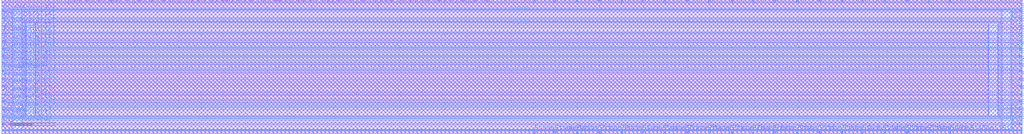
<source format=lef>
##
## LEF for PtnCells ;
## created by Innovus v15.20-p005_1 on Tue Apr 20 14:00:48 2021
##

VERSION 5.7 ;

BUSBITCHARS "[]" ;
DIVIDERCHAR "/" ;

MACRO S_term_single2
  CLASS BLOCK ;
  SIZE 230.4600 BY 30.2600 ;
  FOREIGN S_term_single2 0.0000 0.0000 ;
  ORIGIN 0 0 ;
  SYMMETRY X Y R90 ;
  PIN N1BEG[3]
    DIRECTION OUTPUT ;
    USE SIGNAL ;
    PORT
      LAYER li1 ;
        RECT 19.0050 29.9300 19.1750 30.2600 ;
    END
  END N1BEG[3]
  PIN N1BEG[2]
    DIRECTION OUTPUT ;
    USE SIGNAL ;
    PORT
      LAYER li1 ;
        RECT 17.6250 29.9300 17.7950 30.2600 ;
    END
  END N1BEG[2]
  PIN N1BEG[1]
    DIRECTION OUTPUT ;
    USE SIGNAL ;
    PORT
      LAYER li1 ;
        RECT 16.2450 29.9300 16.4150 30.2600 ;
    END
  END N1BEG[1]
  PIN N1BEG[0]
    DIRECTION OUTPUT ;
    USE SIGNAL ;
    PORT
      LAYER li1 ;
        RECT 15.3250 29.9300 15.4950 30.2600 ;
    END
  END N1BEG[0]
  PIN N2BEG[7]
    DIRECTION OUTPUT ;
    USE SIGNAL ;
    PORT
      LAYER li1 ;
        RECT 29.5850 29.9300 29.7550 30.2600 ;
    END
  END N2BEG[7]
  PIN N2BEG[6]
    DIRECTION OUTPUT ;
    USE SIGNAL ;
    PORT
      LAYER li1 ;
        RECT 28.2050 29.9300 28.3750 30.2600 ;
    END
  END N2BEG[6]
  PIN N2BEG[5]
    DIRECTION OUTPUT ;
    USE SIGNAL ;
    PORT
      LAYER li1 ;
        RECT 26.8250 29.9300 26.9950 30.2600 ;
    END
  END N2BEG[5]
  PIN N2BEG[4]
    DIRECTION OUTPUT ;
    USE SIGNAL ;
    PORT
      LAYER li1 ;
        RECT 25.9050 29.9300 26.0750 30.2600 ;
    END
  END N2BEG[4]
  PIN N2BEG[3]
    DIRECTION OUTPUT ;
    USE SIGNAL ;
    PORT
      LAYER li1 ;
        RECT 24.5250 29.9300 24.6950 30.2600 ;
    END
  END N2BEG[3]
  PIN N2BEG[2]
    DIRECTION OUTPUT ;
    USE SIGNAL ;
    PORT
      LAYER li1 ;
        RECT 23.1450 29.9300 23.3150 30.2600 ;
    END
  END N2BEG[2]
  PIN N2BEG[1]
    DIRECTION OUTPUT ;
    USE SIGNAL ;
    PORT
      LAYER li1 ;
        RECT 21.7650 29.9300 21.9350 30.2600 ;
    END
  END N2BEG[1]
  PIN N2BEG[0]
    DIRECTION OUTPUT ;
    USE SIGNAL ;
    PORT
      LAYER li1 ;
        RECT 20.3850 29.9300 20.5550 30.2600 ;
    END
  END N2BEG[0]
  PIN N2BEGb[7]
    DIRECTION OUTPUT ;
    USE SIGNAL ;
    PORT
      LAYER li1 ;
        RECT 40.1650 29.9300 40.3350 30.2600 ;
    END
  END N2BEGb[7]
  PIN N2BEGb[6]
    DIRECTION OUTPUT ;
    USE SIGNAL ;
    PORT
      LAYER li1 ;
        RECT 38.7850 29.9300 38.9550 30.2600 ;
    END
  END N2BEGb[6]
  PIN N2BEGb[5]
    DIRECTION OUTPUT ;
    USE SIGNAL ;
    PORT
      LAYER li1 ;
        RECT 37.8650 29.9300 38.0350 30.2600 ;
    END
  END N2BEGb[5]
  PIN N2BEGb[4]
    DIRECTION OUTPUT ;
    USE SIGNAL ;
    PORT
      LAYER li1 ;
        RECT 36.4850 29.9300 36.6550 30.2600 ;
    END
  END N2BEGb[4]
  PIN N2BEGb[3]
    DIRECTION OUTPUT ;
    USE SIGNAL ;
    PORT
      LAYER li1 ;
        RECT 35.1050 29.9300 35.2750 30.2600 ;
    END
  END N2BEGb[3]
  PIN N2BEGb[2]
    DIRECTION OUTPUT ;
    USE SIGNAL ;
    PORT
      LAYER li1 ;
        RECT 33.7250 29.9300 33.8950 30.2600 ;
    END
  END N2BEGb[2]
  PIN N2BEGb[1]
    DIRECTION OUTPUT ;
    USE SIGNAL ;
    PORT
      LAYER li1 ;
        RECT 32.3450 29.9300 32.5150 30.2600 ;
    END
  END N2BEGb[1]
  PIN N2BEGb[0]
    DIRECTION OUTPUT ;
    USE SIGNAL ;
    PORT
      LAYER li1 ;
        RECT 30.9650 29.9300 31.1350 30.2600 ;
    END
  END N2BEGb[0]
  PIN N4BEG[15]
    DIRECTION OUTPUT ;
    USE SIGNAL ;
    PORT
      LAYER li1 ;
        RECT 61.7850 29.9300 61.9550 30.2600 ;
    END
  END N4BEG[15]
  PIN N4BEG[14]
    DIRECTION OUTPUT ;
    USE SIGNAL ;
    PORT
      LAYER li1 ;
        RECT 60.4050 29.9300 60.5750 30.2600 ;
    END
  END N4BEG[14]
  PIN N4BEG[13]
    DIRECTION OUTPUT ;
    USE SIGNAL ;
    PORT
      LAYER li1 ;
        RECT 59.0250 29.9300 59.1950 30.2600 ;
    END
  END N4BEG[13]
  PIN N4BEG[12]
    DIRECTION OUTPUT ;
    USE SIGNAL ;
    PORT
      LAYER li1 ;
        RECT 57.6450 29.9300 57.8150 30.2600 ;
    END
  END N4BEG[12]
  PIN N4BEG[11]
    DIRECTION OUTPUT ;
    USE SIGNAL ;
    PORT
      LAYER li1 ;
        RECT 56.2650 29.9300 56.4350 30.2600 ;
    END
  END N4BEG[11]
  PIN N4BEG[10]
    DIRECTION OUTPUT ;
    USE SIGNAL ;
    PORT
      LAYER li1 ;
        RECT 54.8850 29.9300 55.0550 30.2600 ;
    END
  END N4BEG[10]
  PIN N4BEG[9]
    DIRECTION OUTPUT ;
    USE SIGNAL ;
    PORT
      LAYER li1 ;
        RECT 53.5050 29.9300 53.6750 30.2600 ;
    END
  END N4BEG[9]
  PIN N4BEG[8]
    DIRECTION OUTPUT ;
    USE SIGNAL ;
    PORT
      LAYER li1 ;
        RECT 52.1250 29.9300 52.2950 30.2600 ;
    END
  END N4BEG[8]
  PIN N4BEG[7]
    DIRECTION OUTPUT ;
    USE SIGNAL ;
    PORT
      LAYER li1 ;
        RECT 50.7450 29.9300 50.9150 30.2600 ;
    END
  END N4BEG[7]
  PIN N4BEG[6]
    DIRECTION OUTPUT ;
    USE SIGNAL ;
    PORT
      LAYER li1 ;
        RECT 49.8250 29.9300 49.9950 30.2600 ;
    END
  END N4BEG[6]
  PIN N4BEG[5]
    DIRECTION OUTPUT ;
    USE SIGNAL ;
    PORT
      LAYER li1 ;
        RECT 48.4450 29.9300 48.6150 30.2600 ;
    END
  END N4BEG[5]
  PIN N4BEG[4]
    DIRECTION OUTPUT ;
    USE SIGNAL ;
    PORT
      LAYER li1 ;
        RECT 47.0650 29.9300 47.2350 30.2600 ;
    END
  END N4BEG[4]
  PIN N4BEG[3]
    DIRECTION OUTPUT ;
    USE SIGNAL ;
    PORT
      LAYER li1 ;
        RECT 45.6850 29.9300 45.8550 30.2600 ;
    END
  END N4BEG[3]
  PIN N4BEG[2]
    DIRECTION OUTPUT ;
    USE SIGNAL ;
    PORT
      LAYER li1 ;
        RECT 44.3050 29.9300 44.4750 30.2600 ;
    END
  END N4BEG[2]
  PIN N4BEG[1]
    DIRECTION OUTPUT ;
    USE SIGNAL ;
    PORT
      LAYER li1 ;
        RECT 42.9250 29.9300 43.0950 30.2600 ;
    END
  END N4BEG[1]
  PIN N4BEG[0]
    DIRECTION OUTPUT ;
    USE SIGNAL ;
    PORT
      LAYER li1 ;
        RECT 41.5450 29.9300 41.7150 30.2600 ;
    END
  END N4BEG[0]
  PIN S1END[3]
    DIRECTION INPUT ;
    USE SIGNAL ;
    PORT
      LAYER li1 ;
        RECT 66.8450 29.9300 67.0150 30.2600 ;
    END
  END S1END[3]
  PIN S1END[2]
    DIRECTION INPUT ;
    USE SIGNAL ;
    PORT
      LAYER li1 ;
        RECT 65.4650 29.9300 65.6350 30.2600 ;
    END
  END S1END[2]
  PIN S1END[1]
    DIRECTION INPUT ;
    USE SIGNAL ;
    PORT
      LAYER li1 ;
        RECT 64.0850 29.9300 64.2550 30.2600 ;
    END
  END S1END[1]
  PIN S1END[0]
    DIRECTION INPUT ;
    USE SIGNAL ;
    PORT
      LAYER li1 ;
        RECT 62.7050 29.9300 62.8750 30.2600 ;
    END
  END S1END[0]
  PIN S2MID[7]
    DIRECTION INPUT ;
    USE SIGNAL ;
    PORT
      LAYER li1 ;
        RECT 88.0050 29.9300 88.1750 30.2600 ;
    END
  END S2MID[7]
  PIN S2MID[6]
    DIRECTION INPUT ;
    USE SIGNAL ;
    PORT
      LAYER li1 ;
        RECT 86.6250 29.9300 86.7950 30.2600 ;
    END
  END S2MID[6]
  PIN S2MID[5]
    DIRECTION INPUT ;
    USE SIGNAL ;
    PORT
      LAYER li1 ;
        RECT 85.7050 29.9300 85.8750 30.2600 ;
    END
  END S2MID[5]
  PIN S2MID[4]
    DIRECTION INPUT ;
    USE SIGNAL ;
    PORT
      LAYER li1 ;
        RECT 84.3250 29.9300 84.4950 30.2600 ;
    END
  END S2MID[4]
  PIN S2MID[3]
    DIRECTION INPUT ;
    USE SIGNAL ;
    PORT
      LAYER li1 ;
        RECT 82.9450 29.9300 83.1150 30.2600 ;
    END
  END S2MID[3]
  PIN S2MID[2]
    DIRECTION INPUT ;
    USE SIGNAL ;
    PORT
      LAYER li1 ;
        RECT 81.5650 29.9300 81.7350 30.2600 ;
    END
  END S2MID[2]
  PIN S2MID[1]
    DIRECTION INPUT ;
    USE SIGNAL ;
    PORT
      LAYER li1 ;
        RECT 80.1850 29.9300 80.3550 30.2600 ;
    END
  END S2MID[1]
  PIN S2MID[0]
    DIRECTION INPUT ;
    USE SIGNAL ;
    PORT
      LAYER li1 ;
        RECT 78.8050 29.9300 78.9750 30.2600 ;
    END
  END S2MID[0]
  PIN S2END[7]
    DIRECTION INPUT ;
    USE SIGNAL ;
    PORT
      LAYER li1 ;
        RECT 77.4250 29.9300 77.5950 30.2600 ;
    END
  END S2END[7]
  PIN S2END[6]
    DIRECTION INPUT ;
    USE SIGNAL ;
    PORT
      LAYER li1 ;
        RECT 76.0450 29.9300 76.2150 30.2600 ;
    END
  END S2END[6]
  PIN S2END[5]
    DIRECTION INPUT ;
    USE SIGNAL ;
    PORT
      LAYER li1 ;
        RECT 74.6650 29.9300 74.8350 30.2600 ;
    END
  END S2END[5]
  PIN S2END[4]
    DIRECTION INPUT ;
    USE SIGNAL ;
    PORT
      LAYER li1 ;
        RECT 73.7450 29.9300 73.9150 30.2600 ;
    END
  END S2END[4]
  PIN S2END[3]
    DIRECTION INPUT ;
    USE SIGNAL ;
    PORT
      LAYER li1 ;
        RECT 72.3650 29.9300 72.5350 30.2600 ;
    END
  END S2END[3]
  PIN S2END[2]
    DIRECTION INPUT ;
    USE SIGNAL ;
    PORT
      LAYER li1 ;
        RECT 70.9850 29.9300 71.1550 30.2600 ;
    END
  END S2END[2]
  PIN S2END[1]
    DIRECTION INPUT ;
    USE SIGNAL ;
    PORT
      LAYER li1 ;
        RECT 69.6050 29.9300 69.7750 30.2600 ;
    END
  END S2END[1]
  PIN S2END[0]
    DIRECTION INPUT ;
    USE SIGNAL ;
    PORT
      LAYER li1 ;
        RECT 68.2250 29.9300 68.3950 30.2600 ;
    END
  END S2END[0]
  PIN S4END[15]
    DIRECTION INPUT ;
    USE SIGNAL ;
    PORT
      LAYER li1 ;
        RECT 109.6250 29.9300 109.7950 30.2600 ;
    END
  END S4END[15]
  PIN S4END[14]
    DIRECTION INPUT ;
    USE SIGNAL ;
    PORT
      LAYER li1 ;
        RECT 108.2450 29.9300 108.4150 30.2600 ;
    END
  END S4END[14]
  PIN S4END[13]
    DIRECTION INPUT ;
    USE SIGNAL ;
    PORT
      LAYER li1 ;
        RECT 106.8650 29.9300 107.0350 30.2600 ;
    END
  END S4END[13]
  PIN S4END[12]
    DIRECTION INPUT ;
    USE SIGNAL ;
    PORT
      LAYER li1 ;
        RECT 105.4850 29.9300 105.6550 30.2600 ;
    END
  END S4END[12]
  PIN S4END[11]
    DIRECTION INPUT ;
    USE SIGNAL ;
    PORT
      LAYER li1 ;
        RECT 104.1050 29.9300 104.2750 30.2600 ;
    END
  END S4END[11]
  PIN S4END[10]
    DIRECTION INPUT ;
    USE SIGNAL ;
    PORT
      LAYER li1 ;
        RECT 102.7250 29.9300 102.8950 30.2600 ;
    END
  END S4END[10]
  PIN S4END[9]
    DIRECTION INPUT ;
    USE SIGNAL ;
    PORT
      LAYER li1 ;
        RECT 101.3450 29.9300 101.5150 30.2600 ;
    END
  END S4END[9]
  PIN S4END[8]
    DIRECTION INPUT ;
    USE SIGNAL ;
    PORT
      LAYER li1 ;
        RECT 99.9650 29.9300 100.1350 30.2600 ;
    END
  END S4END[8]
  PIN S4END[7]
    DIRECTION INPUT ;
    USE SIGNAL ;
    PORT
      LAYER li1 ;
        RECT 98.5850 29.9300 98.7550 30.2600 ;
    END
  END S4END[7]
  PIN S4END[6]
    DIRECTION INPUT ;
    USE SIGNAL ;
    PORT
      LAYER li1 ;
        RECT 97.6650 29.9300 97.8350 30.2600 ;
    END
  END S4END[6]
  PIN S4END[5]
    DIRECTION INPUT ;
    USE SIGNAL ;
    PORT
      LAYER li1 ;
        RECT 96.2850 29.9300 96.4550 30.2600 ;
    END
  END S4END[5]
  PIN S4END[4]
    DIRECTION INPUT ;
    USE SIGNAL ;
    PORT
      LAYER li1 ;
        RECT 94.9050 29.9300 95.0750 30.2600 ;
    END
  END S4END[4]
  PIN S4END[3]
    DIRECTION INPUT ;
    USE SIGNAL ;
    PORT
      LAYER li1 ;
        RECT 93.5250 29.9300 93.6950 30.2600 ;
    END
  END S4END[3]
  PIN S4END[2]
    DIRECTION INPUT ;
    USE SIGNAL ;
    PORT
      LAYER li1 ;
        RECT 92.1450 29.9300 92.3150 30.2600 ;
    END
  END S4END[2]
  PIN S4END[1]
    DIRECTION INPUT ;
    USE SIGNAL ;
    PORT
      LAYER li1 ;
        RECT 90.7650 29.9300 90.9350 30.2600 ;
    END
  END S4END[1]
  PIN S4END[0]
    DIRECTION INPUT ;
    USE SIGNAL ;
    PORT
      LAYER li1 ;
        RECT 89.3850 29.9300 89.5550 30.2600 ;
    END
  END S4END[0]
  PIN FrameData[31]
    DIRECTION INPUT ;
    USE SIGNAL ;
    PORT
      LAYER met3 ;
        RECT 0.0000 26.6800 0.8000 26.9800 ;
    END
  END FrameData[31]
  PIN FrameData[30]
    DIRECTION INPUT ;
    USE SIGNAL ;
    PORT
      LAYER met3 ;
        RECT 0.0000 24.8500 0.8000 25.1500 ;
    END
  END FrameData[30]
  PIN FrameData[29]
    DIRECTION INPUT ;
    USE SIGNAL ;
    PORT
      LAYER met3 ;
        RECT 0.0000 23.0200 0.8000 23.3200 ;
    END
  END FrameData[29]
  PIN FrameData[28]
    DIRECTION INPUT ;
    USE SIGNAL ;
    PORT
      LAYER met3 ;
        RECT 0.0000 21.8000 0.8000 22.1000 ;
    END
  END FrameData[28]
  PIN FrameData[27]
    DIRECTION INPUT ;
    USE SIGNAL ;
    PORT
      LAYER met3 ;
        RECT 0.0000 19.9700 0.8000 20.2700 ;
    END
  END FrameData[27]
  PIN FrameData[26]
    DIRECTION INPUT ;
    USE SIGNAL ;
    PORT
      LAYER met3 ;
        RECT 0.0000 18.7500 0.8000 19.0500 ;
    END
  END FrameData[26]
  PIN FrameData[25]
    DIRECTION INPUT ;
    USE SIGNAL ;
    PORT
      LAYER met3 ;
        RECT 0.0000 16.9200 0.8000 17.2200 ;
    END
  END FrameData[25]
  PIN FrameData[24]
    DIRECTION INPUT ;
    USE SIGNAL ;
    PORT
      LAYER met3 ;
        RECT 0.0000 15.0900 0.8000 15.3900 ;
    END
  END FrameData[24]
  PIN FrameData[23]
    DIRECTION INPUT ;
    USE SIGNAL ;
    PORT
      LAYER met3 ;
        RECT 0.0000 13.8700 0.8000 14.1700 ;
    END
  END FrameData[23]
  PIN FrameData[22]
    DIRECTION INPUT ;
    USE SIGNAL ;
    PORT
      LAYER met3 ;
        RECT 0.0000 12.0400 0.8000 12.3400 ;
    END
  END FrameData[22]
  PIN FrameData[21]
    DIRECTION INPUT ;
    USE SIGNAL ;
    PORT
      LAYER met3 ;
        RECT 0.0000 10.8200 0.8000 11.1200 ;
    END
  END FrameData[21]
  PIN FrameData[20]
    DIRECTION INPUT ;
    USE SIGNAL ;
    PORT
      LAYER met3 ;
        RECT 0.0000 8.9900 0.8000 9.2900 ;
    END
  END FrameData[20]
  PIN FrameData[19]
    DIRECTION INPUT ;
    USE SIGNAL ;
    PORT
      LAYER met3 ;
        RECT 0.0000 7.1600 0.8000 7.4600 ;
    END
  END FrameData[19]
  PIN FrameData[18]
    DIRECTION INPUT ;
    USE SIGNAL ;
    PORT
      LAYER met3 ;
        RECT 0.0000 5.9400 0.8000 6.2400 ;
    END
  END FrameData[18]
  PIN FrameData[17]
    DIRECTION INPUT ;
    USE SIGNAL ;
    PORT
      LAYER met3 ;
        RECT 0.0000 4.1100 0.8000 4.4100 ;
    END
  END FrameData[17]
  PIN FrameData[16]
    DIRECTION INPUT ;
    USE SIGNAL ;
    PORT
      LAYER met3 ;
        RECT 0.0000 2.8900 0.8000 3.1900 ;
    END
  END FrameData[16]
  PIN FrameData[15]
    DIRECTION INPUT ;
    USE SIGNAL ;
    PORT
      LAYER met1 ;
        RECT 0.0000 27.6400 0.5950 27.7800 ;
    END
  END FrameData[15]
  PIN FrameData[14]
    DIRECTION INPUT ;
    USE SIGNAL ;
    PORT
      LAYER met1 ;
        RECT 0.0000 25.9400 0.5950 26.0800 ;
    END
  END FrameData[14]
  PIN FrameData[13]
    DIRECTION INPUT ;
    USE SIGNAL ;
    PORT
      LAYER met1 ;
        RECT 0.0000 24.2400 0.5950 24.3800 ;
    END
  END FrameData[13]
  PIN FrameData[12]
    DIRECTION INPUT ;
    USE SIGNAL ;
    PORT
      LAYER met1 ;
        RECT 0.0000 22.5400 0.5950 22.6800 ;
    END
  END FrameData[12]
  PIN FrameData[11]
    DIRECTION INPUT ;
    USE SIGNAL ;
    PORT
      LAYER met1 ;
        RECT 0.0000 20.8400 0.5950 20.9800 ;
    END
  END FrameData[11]
  PIN FrameData[10]
    DIRECTION INPUT ;
    USE SIGNAL ;
    PORT
      LAYER met1 ;
        RECT 0.0000 19.1400 0.5950 19.2800 ;
    END
  END FrameData[10]
  PIN FrameData[9]
    DIRECTION INPUT ;
    USE SIGNAL ;
    PORT
      LAYER met1 ;
        RECT 0.0000 17.4400 0.5950 17.5800 ;
    END
  END FrameData[9]
  PIN FrameData[8]
    DIRECTION INPUT ;
    USE SIGNAL ;
    PORT
      LAYER met1 ;
        RECT 0.0000 15.7400 0.5950 15.8800 ;
    END
  END FrameData[8]
  PIN FrameData[7]
    DIRECTION INPUT ;
    USE SIGNAL ;
    PORT
      LAYER met1 ;
        RECT 0.0000 14.0400 0.5950 14.1800 ;
    END
  END FrameData[7]
  PIN FrameData[6]
    DIRECTION INPUT ;
    USE SIGNAL ;
    PORT
      LAYER met1 ;
        RECT 0.0000 12.3400 0.5950 12.4800 ;
    END
  END FrameData[6]
  PIN FrameData[5]
    DIRECTION INPUT ;
    USE SIGNAL ;
    PORT
      LAYER met1 ;
        RECT 0.0000 10.6400 0.5950 10.7800 ;
    END
  END FrameData[5]
  PIN FrameData[4]
    DIRECTION INPUT ;
    USE SIGNAL ;
    PORT
      LAYER met1 ;
        RECT 0.0000 8.9400 0.5950 9.0800 ;
    END
  END FrameData[4]
  PIN FrameData[3]
    DIRECTION INPUT ;
    USE SIGNAL ;
    PORT
      LAYER met1 ;
        RECT 0.0000 7.2400 0.5950 7.3800 ;
    END
  END FrameData[3]
  PIN FrameData[2]
    DIRECTION INPUT ;
    USE SIGNAL ;
    PORT
      LAYER met1 ;
        RECT 0.0000 5.5400 0.5950 5.6800 ;
    END
  END FrameData[2]
  PIN FrameData[1]
    DIRECTION INPUT ;
    USE SIGNAL ;
    PORT
      LAYER met1 ;
        RECT 0.0000 3.8400 0.5950 3.9800 ;
    END
  END FrameData[1]
  PIN FrameData[0]
    DIRECTION INPUT ;
    USE SIGNAL ;
    PORT
      LAYER met1 ;
        RECT 0.0000 2.1400 0.5950 2.2800 ;
    END
  END FrameData[0]
  PIN FrameData_O[31]
    DIRECTION OUTPUT ;
    USE SIGNAL ;
    PORT
      LAYER met3 ;
        RECT 229.6600 26.6800 230.4600 26.9800 ;
    END
  END FrameData_O[31]
  PIN FrameData_O[30]
    DIRECTION OUTPUT ;
    USE SIGNAL ;
    PORT
      LAYER met3 ;
        RECT 229.6600 24.8500 230.4600 25.1500 ;
    END
  END FrameData_O[30]
  PIN FrameData_O[29]
    DIRECTION OUTPUT ;
    USE SIGNAL ;
    PORT
      LAYER met3 ;
        RECT 229.6600 23.0200 230.4600 23.3200 ;
    END
  END FrameData_O[29]
  PIN FrameData_O[28]
    DIRECTION OUTPUT ;
    USE SIGNAL ;
    PORT
      LAYER met3 ;
        RECT 229.6600 21.8000 230.4600 22.1000 ;
    END
  END FrameData_O[28]
  PIN FrameData_O[27]
    DIRECTION OUTPUT ;
    USE SIGNAL ;
    PORT
      LAYER met3 ;
        RECT 229.6600 19.9700 230.4600 20.2700 ;
    END
  END FrameData_O[27]
  PIN FrameData_O[26]
    DIRECTION OUTPUT ;
    USE SIGNAL ;
    PORT
      LAYER met3 ;
        RECT 229.6600 18.7500 230.4600 19.0500 ;
    END
  END FrameData_O[26]
  PIN FrameData_O[25]
    DIRECTION OUTPUT ;
    USE SIGNAL ;
    PORT
      LAYER met3 ;
        RECT 229.6600 16.9200 230.4600 17.2200 ;
    END
  END FrameData_O[25]
  PIN FrameData_O[24]
    DIRECTION OUTPUT ;
    USE SIGNAL ;
    PORT
      LAYER met3 ;
        RECT 229.6600 15.0900 230.4600 15.3900 ;
    END
  END FrameData_O[24]
  PIN FrameData_O[23]
    DIRECTION OUTPUT ;
    USE SIGNAL ;
    PORT
      LAYER met3 ;
        RECT 229.6600 13.8700 230.4600 14.1700 ;
    END
  END FrameData_O[23]
  PIN FrameData_O[22]
    DIRECTION OUTPUT ;
    USE SIGNAL ;
    PORT
      LAYER met3 ;
        RECT 229.6600 12.0400 230.4600 12.3400 ;
    END
  END FrameData_O[22]
  PIN FrameData_O[21]
    DIRECTION OUTPUT ;
    USE SIGNAL ;
    PORT
      LAYER met3 ;
        RECT 229.6600 10.8200 230.4600 11.1200 ;
    END
  END FrameData_O[21]
  PIN FrameData_O[20]
    DIRECTION OUTPUT ;
    USE SIGNAL ;
    PORT
      LAYER met3 ;
        RECT 229.6600 8.9900 230.4600 9.2900 ;
    END
  END FrameData_O[20]
  PIN FrameData_O[19]
    DIRECTION OUTPUT ;
    USE SIGNAL ;
    PORT
      LAYER met3 ;
        RECT 229.6600 7.1600 230.4600 7.4600 ;
    END
  END FrameData_O[19]
  PIN FrameData_O[18]
    DIRECTION OUTPUT ;
    USE SIGNAL ;
    PORT
      LAYER met3 ;
        RECT 229.6600 5.9400 230.4600 6.2400 ;
    END
  END FrameData_O[18]
  PIN FrameData_O[17]
    DIRECTION OUTPUT ;
    USE SIGNAL ;
    PORT
      LAYER met3 ;
        RECT 229.6600 4.1100 230.4600 4.4100 ;
    END
  END FrameData_O[17]
  PIN FrameData_O[16]
    DIRECTION OUTPUT ;
    USE SIGNAL ;
    PORT
      LAYER met3 ;
        RECT 229.6600 2.8900 230.4600 3.1900 ;
    END
  END FrameData_O[16]
  PIN FrameData_O[15]
    DIRECTION OUTPUT ;
    USE SIGNAL ;
    PORT
      LAYER met1 ;
        RECT 229.8650 27.6400 230.4600 27.7800 ;
    END
  END FrameData_O[15]
  PIN FrameData_O[14]
    DIRECTION OUTPUT ;
    USE SIGNAL ;
    PORT
      LAYER met1 ;
        RECT 229.8650 25.9400 230.4600 26.0800 ;
    END
  END FrameData_O[14]
  PIN FrameData_O[13]
    DIRECTION OUTPUT ;
    USE SIGNAL ;
    PORT
      LAYER met1 ;
        RECT 229.8650 24.2400 230.4600 24.3800 ;
    END
  END FrameData_O[13]
  PIN FrameData_O[12]
    DIRECTION OUTPUT ;
    USE SIGNAL ;
    PORT
      LAYER met1 ;
        RECT 229.8650 22.5400 230.4600 22.6800 ;
    END
  END FrameData_O[12]
  PIN FrameData_O[11]
    DIRECTION OUTPUT ;
    USE SIGNAL ;
    PORT
      LAYER met1 ;
        RECT 229.8650 20.8400 230.4600 20.9800 ;
    END
  END FrameData_O[11]
  PIN FrameData_O[10]
    DIRECTION OUTPUT ;
    USE SIGNAL ;
    PORT
      LAYER met1 ;
        RECT 229.8650 19.1400 230.4600 19.2800 ;
    END
  END FrameData_O[10]
  PIN FrameData_O[9]
    DIRECTION OUTPUT ;
    USE SIGNAL ;
    PORT
      LAYER met1 ;
        RECT 229.8650 17.4400 230.4600 17.5800 ;
    END
  END FrameData_O[9]
  PIN FrameData_O[8]
    DIRECTION OUTPUT ;
    USE SIGNAL ;
    PORT
      LAYER met1 ;
        RECT 229.8650 15.7400 230.4600 15.8800 ;
    END
  END FrameData_O[8]
  PIN FrameData_O[7]
    DIRECTION OUTPUT ;
    USE SIGNAL ;
    PORT
      LAYER met1 ;
        RECT 229.8650 14.0400 230.4600 14.1800 ;
    END
  END FrameData_O[7]
  PIN FrameData_O[6]
    DIRECTION OUTPUT ;
    USE SIGNAL ;
    PORT
      LAYER met1 ;
        RECT 229.8650 12.3400 230.4600 12.4800 ;
    END
  END FrameData_O[6]
  PIN FrameData_O[5]
    DIRECTION OUTPUT ;
    USE SIGNAL ;
    PORT
      LAYER met1 ;
        RECT 229.8650 10.6400 230.4600 10.7800 ;
    END
  END FrameData_O[5]
  PIN FrameData_O[4]
    DIRECTION OUTPUT ;
    USE SIGNAL ;
    PORT
      LAYER met1 ;
        RECT 229.8650 8.9400 230.4600 9.0800 ;
    END
  END FrameData_O[4]
  PIN FrameData_O[3]
    DIRECTION OUTPUT ;
    USE SIGNAL ;
    PORT
      LAYER met1 ;
        RECT 229.8650 7.2400 230.4600 7.3800 ;
    END
  END FrameData_O[3]
  PIN FrameData_O[2]
    DIRECTION OUTPUT ;
    USE SIGNAL ;
    PORT
      LAYER met1 ;
        RECT 229.8650 5.5400 230.4600 5.6800 ;
    END
  END FrameData_O[2]
  PIN FrameData_O[1]
    DIRECTION OUTPUT ;
    USE SIGNAL ;
    PORT
      LAYER met1 ;
        RECT 229.8650 3.8400 230.4600 3.9800 ;
    END
  END FrameData_O[1]
  PIN FrameData_O[0]
    DIRECTION OUTPUT ;
    USE SIGNAL ;
    PORT
      LAYER met1 ;
        RECT 229.8650 2.1400 230.4600 2.2800 ;
    END
  END FrameData_O[0]
  PIN FrameStrobe[19]
    DIRECTION INPUT ;
    USE SIGNAL ;
    PORT
      LAYER met2 ;
        RECT 214.0600 0.0000 214.2000 0.4850 ;
    END
  END FrameStrobe[19]
  PIN FrameStrobe[18]
    DIRECTION INPUT ;
    USE SIGNAL ;
    PORT
      LAYER met2 ;
        RECT 209.4600 0.0000 209.6000 0.4850 ;
    END
  END FrameStrobe[18]
  PIN FrameStrobe[17]
    DIRECTION INPUT ;
    USE SIGNAL ;
    PORT
      LAYER met2 ;
        RECT 204.4000 0.0000 204.5400 0.4850 ;
    END
  END FrameStrobe[17]
  PIN FrameStrobe[16]
    DIRECTION INPUT ;
    USE SIGNAL ;
    PORT
      LAYER met2 ;
        RECT 199.3400 0.0000 199.4800 0.4850 ;
    END
  END FrameStrobe[16]
  PIN FrameStrobe[15]
    DIRECTION INPUT ;
    USE SIGNAL ;
    PORT
      LAYER met2 ;
        RECT 194.2800 0.0000 194.4200 0.4850 ;
    END
  END FrameStrobe[15]
  PIN FrameStrobe[14]
    DIRECTION INPUT ;
    USE SIGNAL ;
    PORT
      LAYER met2 ;
        RECT 189.6800 0.0000 189.8200 0.4850 ;
    END
  END FrameStrobe[14]
  PIN FrameStrobe[13]
    DIRECTION INPUT ;
    USE SIGNAL ;
    PORT
      LAYER met2 ;
        RECT 184.6200 0.0000 184.7600 0.4850 ;
    END
  END FrameStrobe[13]
  PIN FrameStrobe[12]
    DIRECTION INPUT ;
    USE SIGNAL ;
    PORT
      LAYER met2 ;
        RECT 179.5600 0.0000 179.7000 0.4850 ;
    END
  END FrameStrobe[12]
  PIN FrameStrobe[11]
    DIRECTION INPUT ;
    USE SIGNAL ;
    PORT
      LAYER met2 ;
        RECT 174.5000 0.0000 174.6400 0.4850 ;
    END
  END FrameStrobe[11]
  PIN FrameStrobe[10]
    DIRECTION INPUT ;
    USE SIGNAL ;
    PORT
      LAYER met2 ;
        RECT 169.4400 0.0000 169.5800 0.4850 ;
    END
  END FrameStrobe[10]
  PIN FrameStrobe[9]
    DIRECTION INPUT ;
    USE SIGNAL ;
    PORT
      LAYER met2 ;
        RECT 164.8400 0.0000 164.9800 0.4850 ;
    END
  END FrameStrobe[9]
  PIN FrameStrobe[8]
    DIRECTION INPUT ;
    USE SIGNAL ;
    PORT
      LAYER met2 ;
        RECT 159.7800 0.0000 159.9200 0.4850 ;
    END
  END FrameStrobe[8]
  PIN FrameStrobe[7]
    DIRECTION INPUT ;
    USE SIGNAL ;
    PORT
      LAYER met2 ;
        RECT 154.7200 0.0000 154.8600 0.4850 ;
    END
  END FrameStrobe[7]
  PIN FrameStrobe[6]
    DIRECTION INPUT ;
    USE SIGNAL ;
    PORT
      LAYER met2 ;
        RECT 149.6600 0.0000 149.8000 0.4850 ;
    END
  END FrameStrobe[6]
  PIN FrameStrobe[5]
    DIRECTION INPUT ;
    USE SIGNAL ;
    PORT
      LAYER met2 ;
        RECT 144.6000 0.0000 144.7400 0.4850 ;
    END
  END FrameStrobe[5]
  PIN FrameStrobe[4]
    DIRECTION INPUT ;
    USE SIGNAL ;
    PORT
      LAYER met2 ;
        RECT 140.0000 0.0000 140.1400 0.4850 ;
    END
  END FrameStrobe[4]
  PIN FrameStrobe[3]
    DIRECTION INPUT ;
    USE SIGNAL ;
    PORT
      LAYER met2 ;
        RECT 134.9400 0.0000 135.0800 0.4850 ;
    END
  END FrameStrobe[3]
  PIN FrameStrobe[2]
    DIRECTION INPUT ;
    USE SIGNAL ;
    PORT
      LAYER met2 ;
        RECT 129.8800 0.0000 130.0200 0.4850 ;
    END
  END FrameStrobe[2]
  PIN FrameStrobe[1]
    DIRECTION INPUT ;
    USE SIGNAL ;
    PORT
      LAYER met2 ;
        RECT 124.8200 0.0000 124.9600 0.4850 ;
    END
  END FrameStrobe[1]
  PIN FrameStrobe[0]
    DIRECTION INPUT ;
    USE SIGNAL ;
    PORT
      LAYER met2 ;
        RECT 120.2200 0.0000 120.3600 0.4850 ;
    END
  END FrameStrobe[0]
  PIN FrameStrobe_O[19]
    DIRECTION OUTPUT ;
    USE SIGNAL ;
    PORT
      LAYER met2 ;
        RECT 214.0600 29.7750 214.2000 30.2600 ;
    END
  END FrameStrobe_O[19]
  PIN FrameStrobe_O[18]
    DIRECTION OUTPUT ;
    USE SIGNAL ;
    PORT
      LAYER met2 ;
        RECT 209.4600 29.7750 209.6000 30.2600 ;
    END
  END FrameStrobe_O[18]
  PIN FrameStrobe_O[17]
    DIRECTION OUTPUT ;
    USE SIGNAL ;
    PORT
      LAYER met2 ;
        RECT 204.4000 29.7750 204.5400 30.2600 ;
    END
  END FrameStrobe_O[17]
  PIN FrameStrobe_O[16]
    DIRECTION OUTPUT ;
    USE SIGNAL ;
    PORT
      LAYER met2 ;
        RECT 199.3400 29.7750 199.4800 30.2600 ;
    END
  END FrameStrobe_O[16]
  PIN FrameStrobe_O[15]
    DIRECTION OUTPUT ;
    USE SIGNAL ;
    PORT
      LAYER met2 ;
        RECT 194.2800 29.7750 194.4200 30.2600 ;
    END
  END FrameStrobe_O[15]
  PIN FrameStrobe_O[14]
    DIRECTION OUTPUT ;
    USE SIGNAL ;
    PORT
      LAYER met2 ;
        RECT 189.6800 29.7750 189.8200 30.2600 ;
    END
  END FrameStrobe_O[14]
  PIN FrameStrobe_O[13]
    DIRECTION OUTPUT ;
    USE SIGNAL ;
    PORT
      LAYER met2 ;
        RECT 184.6200 29.7750 184.7600 30.2600 ;
    END
  END FrameStrobe_O[13]
  PIN FrameStrobe_O[12]
    DIRECTION OUTPUT ;
    USE SIGNAL ;
    PORT
      LAYER met2 ;
        RECT 179.5600 29.7750 179.7000 30.2600 ;
    END
  END FrameStrobe_O[12]
  PIN FrameStrobe_O[11]
    DIRECTION OUTPUT ;
    USE SIGNAL ;
    PORT
      LAYER met2 ;
        RECT 174.5000 29.7750 174.6400 30.2600 ;
    END
  END FrameStrobe_O[11]
  PIN FrameStrobe_O[10]
    DIRECTION OUTPUT ;
    USE SIGNAL ;
    PORT
      LAYER met2 ;
        RECT 169.4400 29.7750 169.5800 30.2600 ;
    END
  END FrameStrobe_O[10]
  PIN FrameStrobe_O[9]
    DIRECTION OUTPUT ;
    USE SIGNAL ;
    PORT
      LAYER met2 ;
        RECT 164.8400 29.7750 164.9800 30.2600 ;
    END
  END FrameStrobe_O[9]
  PIN FrameStrobe_O[8]
    DIRECTION OUTPUT ;
    USE SIGNAL ;
    PORT
      LAYER met2 ;
        RECT 159.7800 29.7750 159.9200 30.2600 ;
    END
  END FrameStrobe_O[8]
  PIN FrameStrobe_O[7]
    DIRECTION OUTPUT ;
    USE SIGNAL ;
    PORT
      LAYER met2 ;
        RECT 154.7200 29.7750 154.8600 30.2600 ;
    END
  END FrameStrobe_O[7]
  PIN FrameStrobe_O[6]
    DIRECTION OUTPUT ;
    USE SIGNAL ;
    PORT
      LAYER met2 ;
        RECT 149.6600 29.7750 149.8000 30.2600 ;
    END
  END FrameStrobe_O[6]
  PIN FrameStrobe_O[5]
    DIRECTION OUTPUT ;
    USE SIGNAL ;
    PORT
      LAYER met2 ;
        RECT 144.6000 29.7750 144.7400 30.2600 ;
    END
  END FrameStrobe_O[5]
  PIN FrameStrobe_O[4]
    DIRECTION OUTPUT ;
    USE SIGNAL ;
    PORT
      LAYER met2 ;
        RECT 140.0000 29.7750 140.1400 30.2600 ;
    END
  END FrameStrobe_O[4]
  PIN FrameStrobe_O[3]
    DIRECTION OUTPUT ;
    USE SIGNAL ;
    PORT
      LAYER met2 ;
        RECT 134.9400 29.7750 135.0800 30.2600 ;
    END
  END FrameStrobe_O[3]
  PIN FrameStrobe_O[2]
    DIRECTION OUTPUT ;
    USE SIGNAL ;
    PORT
      LAYER met2 ;
        RECT 129.8800 29.7750 130.0200 30.2600 ;
    END
  END FrameStrobe_O[2]
  PIN FrameStrobe_O[1]
    DIRECTION OUTPUT ;
    USE SIGNAL ;
    PORT
      LAYER met2 ;
        RECT 124.8200 29.7750 124.9600 30.2600 ;
    END
  END FrameStrobe_O[1]
  PIN FrameStrobe_O[0]
    DIRECTION OUTPUT ;
    USE SIGNAL ;
    PORT
      LAYER met2 ;
        RECT 120.2200 29.7750 120.3600 30.2600 ;
    END
  END FrameStrobe_O[0]
  PIN VGND
    DIRECTION INOUT ;
    USE GROUND ;

# P/G power stripe data as pin
    PORT
      LAYER met2 ;
        RECT 222.9000 4.0700 224.9000 25.0000 ;
        RECT 5.5600 4.0700 7.5600 25.0000 ;
      LAYER met3 ;
        RECT 5.5600 4.0700 224.9000 6.0700 ;
        RECT 5.5600 23.0000 224.9000 25.0000 ;
    END
# end of P/G power stripe data as pin

  END VGND
  PIN VPWR
    DIRECTION INOUT ;
    USE POWER ;

# P/G power stripe data as pin
    PORT
      LAYER met2 ;
        RECT 225.9000 1.0700 227.9000 28.0000 ;
        RECT 2.5600 1.0700 4.5600 28.0000 ;
      LAYER met3 ;
        RECT 2.5600 1.0700 227.9000 3.0700 ;
        RECT 2.5600 26.0000 227.9000 28.0000 ;
    END
# end of P/G power stripe data as pin

  END VPWR
  OBS
    LAYER li1 ;
      RECT 109.9650 29.7600 230.4600 30.2600 ;
      RECT 108.5850 29.7600 109.4550 30.2600 ;
      RECT 107.2050 29.7600 108.0750 30.2600 ;
      RECT 105.8250 29.7600 106.6950 30.2600 ;
      RECT 104.4450 29.7600 105.3150 30.2600 ;
      RECT 103.0650 29.7600 103.9350 30.2600 ;
      RECT 101.6850 29.7600 102.5550 30.2600 ;
      RECT 100.3050 29.7600 101.1750 30.2600 ;
      RECT 98.9250 29.7600 99.7950 30.2600 ;
      RECT 98.0050 29.7600 98.4150 30.2600 ;
      RECT 96.6250 29.7600 97.4950 30.2600 ;
      RECT 95.2450 29.7600 96.1150 30.2600 ;
      RECT 93.8650 29.7600 94.7350 30.2600 ;
      RECT 92.4850 29.7600 93.3550 30.2600 ;
      RECT 91.1050 29.7600 91.9750 30.2600 ;
      RECT 89.7250 29.7600 90.5950 30.2600 ;
      RECT 88.3450 29.7600 89.2150 30.2600 ;
      RECT 86.9650 29.7600 87.8350 30.2600 ;
      RECT 86.0450 29.7600 86.4550 30.2600 ;
      RECT 84.6650 29.7600 85.5350 30.2600 ;
      RECT 83.2850 29.7600 84.1550 30.2600 ;
      RECT 81.9050 29.7600 82.7750 30.2600 ;
      RECT 80.5250 29.7600 81.3950 30.2600 ;
      RECT 79.1450 29.7600 80.0150 30.2600 ;
      RECT 77.7650 29.7600 78.6350 30.2600 ;
      RECT 76.3850 29.7600 77.2550 30.2600 ;
      RECT 75.0050 29.7600 75.8750 30.2600 ;
      RECT 74.0850 29.7600 74.4950 30.2600 ;
      RECT 72.7050 29.7600 73.5750 30.2600 ;
      RECT 71.3250 29.7600 72.1950 30.2600 ;
      RECT 69.9450 29.7600 70.8150 30.2600 ;
      RECT 68.5650 29.7600 69.4350 30.2600 ;
      RECT 67.1850 29.7600 68.0550 30.2600 ;
      RECT 65.8050 29.7600 66.6750 30.2600 ;
      RECT 64.4250 29.7600 65.2950 30.2600 ;
      RECT 63.0450 29.7600 63.9150 30.2600 ;
      RECT 62.1250 29.7600 62.5350 30.2600 ;
      RECT 60.7450 29.7600 61.6150 30.2600 ;
      RECT 59.3650 29.7600 60.2350 30.2600 ;
      RECT 57.9850 29.7600 58.8550 30.2600 ;
      RECT 56.6050 29.7600 57.4750 30.2600 ;
      RECT 55.2250 29.7600 56.0950 30.2600 ;
      RECT 53.8450 29.7600 54.7150 30.2600 ;
      RECT 52.4650 29.7600 53.3350 30.2600 ;
      RECT 51.0850 29.7600 51.9550 30.2600 ;
      RECT 50.1650 29.7600 50.5750 30.2600 ;
      RECT 48.7850 29.7600 49.6550 30.2600 ;
      RECT 47.4050 29.7600 48.2750 30.2600 ;
      RECT 46.0250 29.7600 46.8950 30.2600 ;
      RECT 44.6450 29.7600 45.5150 30.2600 ;
      RECT 43.2650 29.7600 44.1350 30.2600 ;
      RECT 41.8850 29.7600 42.7550 30.2600 ;
      RECT 40.5050 29.7600 41.3750 30.2600 ;
      RECT 39.1250 29.7600 39.9950 30.2600 ;
      RECT 38.2050 29.7600 38.6150 30.2600 ;
      RECT 36.8250 29.7600 37.6950 30.2600 ;
      RECT 35.4450 29.7600 36.3150 30.2600 ;
      RECT 34.0650 29.7600 34.9350 30.2600 ;
      RECT 32.6850 29.7600 33.5550 30.2600 ;
      RECT 31.3050 29.7600 32.1750 30.2600 ;
      RECT 29.9250 29.7600 30.7950 30.2600 ;
      RECT 28.5450 29.7600 29.4150 30.2600 ;
      RECT 27.1650 29.7600 28.0350 30.2600 ;
      RECT 26.2450 29.7600 26.6550 30.2600 ;
      RECT 24.8650 29.7600 25.7350 30.2600 ;
      RECT 23.4850 29.7600 24.3550 30.2600 ;
      RECT 22.1050 29.7600 22.9750 30.2600 ;
      RECT 20.7250 29.7600 21.5950 30.2600 ;
      RECT 19.3450 29.7600 20.2150 30.2600 ;
      RECT 17.9650 29.7600 18.8350 30.2600 ;
      RECT 16.5850 29.7600 17.4550 30.2600 ;
      RECT 15.6650 29.7600 16.0750 30.2600 ;
      RECT 0.0000 29.7600 15.1550 30.2600 ;
      RECT 0.0000 0.0000 230.4600 29.7600 ;
    LAYER met1 ;
      RECT 0.0000 27.9200 230.4600 30.2600 ;
      RECT 0.7350 27.5000 229.7250 27.9200 ;
      RECT 0.0000 26.2200 230.4600 27.5000 ;
      RECT 0.7350 25.8000 229.7250 26.2200 ;
      RECT 0.0000 24.5200 230.4600 25.8000 ;
      RECT 0.7350 24.1000 229.7250 24.5200 ;
      RECT 0.0000 22.8200 230.4600 24.1000 ;
      RECT 0.7350 22.4000 229.7250 22.8200 ;
      RECT 0.0000 21.1200 230.4600 22.4000 ;
      RECT 0.7350 20.7000 229.7250 21.1200 ;
      RECT 0.0000 19.4200 230.4600 20.7000 ;
      RECT 0.7350 19.0000 229.7250 19.4200 ;
      RECT 0.0000 17.7200 230.4600 19.0000 ;
      RECT 0.7350 17.3000 229.7250 17.7200 ;
      RECT 0.0000 16.0200 230.4600 17.3000 ;
      RECT 0.7350 15.6000 229.7250 16.0200 ;
      RECT 0.0000 14.3200 230.4600 15.6000 ;
      RECT 0.7350 13.9000 229.7250 14.3200 ;
      RECT 0.0000 12.6200 230.4600 13.9000 ;
      RECT 0.7350 12.2000 229.7250 12.6200 ;
      RECT 0.0000 10.9200 230.4600 12.2000 ;
      RECT 0.7350 10.5000 229.7250 10.9200 ;
      RECT 0.0000 9.2200 230.4600 10.5000 ;
      RECT 0.7350 8.8000 229.7250 9.2200 ;
      RECT 0.0000 7.5200 230.4600 8.8000 ;
      RECT 0.7350 7.1000 229.7250 7.5200 ;
      RECT 0.0000 5.8200 230.4600 7.1000 ;
      RECT 0.7350 5.4000 229.7250 5.8200 ;
      RECT 0.0000 4.1200 230.4600 5.4000 ;
      RECT 0.7350 3.7000 229.7250 4.1200 ;
      RECT 0.0000 2.4200 230.4600 3.7000 ;
      RECT 0.7350 2.0000 229.7250 2.4200 ;
      RECT 0.0000 0.0000 230.4600 2.0000 ;
    LAYER met2 ;
      RECT 214.3400 29.6350 230.4600 30.2600 ;
      RECT 209.7400 29.6350 213.9200 30.2600 ;
      RECT 204.6800 29.6350 209.3200 30.2600 ;
      RECT 199.6200 29.6350 204.2600 30.2600 ;
      RECT 194.5600 29.6350 199.2000 30.2600 ;
      RECT 189.9600 29.6350 194.1400 30.2600 ;
      RECT 184.9000 29.6350 189.5400 30.2600 ;
      RECT 179.8400 29.6350 184.4800 30.2600 ;
      RECT 174.7800 29.6350 179.4200 30.2600 ;
      RECT 169.7200 29.6350 174.3600 30.2600 ;
      RECT 165.1200 29.6350 169.3000 30.2600 ;
      RECT 160.0600 29.6350 164.7000 30.2600 ;
      RECT 155.0000 29.6350 159.6400 30.2600 ;
      RECT 149.9400 29.6350 154.5800 30.2600 ;
      RECT 144.8800 29.6350 149.5200 30.2600 ;
      RECT 140.2800 29.6350 144.4600 30.2600 ;
      RECT 135.2200 29.6350 139.8600 30.2600 ;
      RECT 130.1600 29.6350 134.8000 30.2600 ;
      RECT 125.1000 29.6350 129.7400 30.2600 ;
      RECT 120.5000 29.6350 124.6800 30.2600 ;
      RECT 0.0000 29.6350 120.0800 30.2600 ;
      RECT 0.0000 28.1400 230.4600 29.6350 ;
      RECT 4.7000 25.1400 225.7600 28.1400 ;
      RECT 225.0400 3.9300 225.7600 25.1400 ;
      RECT 7.7000 3.9300 222.7600 25.1400 ;
      RECT 4.7000 3.9300 5.4200 25.1400 ;
      RECT 228.0400 0.9300 230.4600 28.1400 ;
      RECT 4.7000 0.9300 225.7600 3.9300 ;
      RECT 0.0000 0.9300 2.4200 28.1400 ;
      RECT 0.0000 0.6250 230.4600 0.9300 ;
      RECT 214.3400 0.0000 230.4600 0.6250 ;
      RECT 209.7400 0.0000 213.9200 0.6250 ;
      RECT 204.6800 0.0000 209.3200 0.6250 ;
      RECT 199.6200 0.0000 204.2600 0.6250 ;
      RECT 194.5600 0.0000 199.2000 0.6250 ;
      RECT 189.9600 0.0000 194.1400 0.6250 ;
      RECT 184.9000 0.0000 189.5400 0.6250 ;
      RECT 179.8400 0.0000 184.4800 0.6250 ;
      RECT 174.7800 0.0000 179.4200 0.6250 ;
      RECT 169.7200 0.0000 174.3600 0.6250 ;
      RECT 165.1200 0.0000 169.3000 0.6250 ;
      RECT 160.0600 0.0000 164.7000 0.6250 ;
      RECT 155.0000 0.0000 159.6400 0.6250 ;
      RECT 149.9400 0.0000 154.5800 0.6250 ;
      RECT 144.8800 0.0000 149.5200 0.6250 ;
      RECT 140.2800 0.0000 144.4600 0.6250 ;
      RECT 135.2200 0.0000 139.8600 0.6250 ;
      RECT 130.1600 0.0000 134.8000 0.6250 ;
      RECT 125.1000 0.0000 129.7400 0.6250 ;
      RECT 120.5000 0.0000 124.6800 0.6250 ;
      RECT 0.0000 0.0000 120.0800 0.6250 ;
    LAYER met3 ;
      RECT 0.0000 28.3000 230.4600 30.2600 ;
      RECT 228.2000 27.2800 230.4600 28.3000 ;
      RECT 0.0000 27.2800 2.2600 28.3000 ;
      RECT 228.2000 26.3800 229.3600 27.2800 ;
      RECT 1.1000 26.3800 2.2600 27.2800 ;
      RECT 228.2000 25.7000 230.4600 26.3800 ;
      RECT 0.0000 25.7000 2.2600 26.3800 ;
      RECT 0.0000 25.4500 230.4600 25.7000 ;
      RECT 1.1000 25.3000 229.3600 25.4500 ;
      RECT 225.2000 24.5500 229.3600 25.3000 ;
      RECT 1.1000 24.5500 5.2600 25.3000 ;
      RECT 225.2000 23.6200 230.4600 24.5500 ;
      RECT 0.0000 23.6200 5.2600 24.5500 ;
      RECT 225.2000 22.7200 229.3600 23.6200 ;
      RECT 1.1000 22.7200 5.2600 23.6200 ;
      RECT 225.2000 22.7000 230.4600 22.7200 ;
      RECT 0.0000 22.7000 5.2600 22.7200 ;
      RECT 0.0000 22.4000 230.4600 22.7000 ;
      RECT 1.1000 21.5000 229.3600 22.4000 ;
      RECT 0.0000 20.5700 230.4600 21.5000 ;
      RECT 1.1000 19.6700 229.3600 20.5700 ;
      RECT 0.0000 19.3500 230.4600 19.6700 ;
      RECT 1.1000 18.4500 229.3600 19.3500 ;
      RECT 0.0000 17.5200 230.4600 18.4500 ;
      RECT 1.1000 16.6200 229.3600 17.5200 ;
      RECT 0.0000 15.6900 230.4600 16.6200 ;
      RECT 1.1000 14.7900 229.3600 15.6900 ;
      RECT 0.0000 14.4700 230.4600 14.7900 ;
      RECT 1.1000 13.5700 229.3600 14.4700 ;
      RECT 0.0000 12.6400 230.4600 13.5700 ;
      RECT 1.1000 11.7400 229.3600 12.6400 ;
      RECT 0.0000 11.4200 230.4600 11.7400 ;
      RECT 1.1000 10.5200 229.3600 11.4200 ;
      RECT 0.0000 9.5900 230.4600 10.5200 ;
      RECT 1.1000 8.6900 229.3600 9.5900 ;
      RECT 0.0000 7.7600 230.4600 8.6900 ;
      RECT 1.1000 6.8600 229.3600 7.7600 ;
      RECT 0.0000 6.5400 230.4600 6.8600 ;
      RECT 1.1000 6.3700 229.3600 6.5400 ;
      RECT 225.2000 5.6400 229.3600 6.3700 ;
      RECT 1.1000 5.6400 5.2600 6.3700 ;
      RECT 225.2000 4.7100 230.4600 5.6400 ;
      RECT 0.0000 4.7100 5.2600 5.6400 ;
      RECT 225.2000 3.8100 229.3600 4.7100 ;
      RECT 1.1000 3.8100 5.2600 4.7100 ;
      RECT 225.2000 3.7700 230.4600 3.8100 ;
      RECT 0.0000 3.7700 5.2600 3.8100 ;
      RECT 0.0000 3.4900 230.4600 3.7700 ;
      RECT 1.1000 3.3700 229.3600 3.4900 ;
      RECT 228.2000 2.5900 229.3600 3.3700 ;
      RECT 1.1000 2.5900 2.2600 3.3700 ;
      RECT 228.2000 0.7700 230.4600 2.5900 ;
      RECT 0.0000 0.7700 2.2600 2.5900 ;
      RECT 0.0000 0.0000 230.4600 0.7700 ;
  END
END S_term_single2

END LIBRARY

</source>
